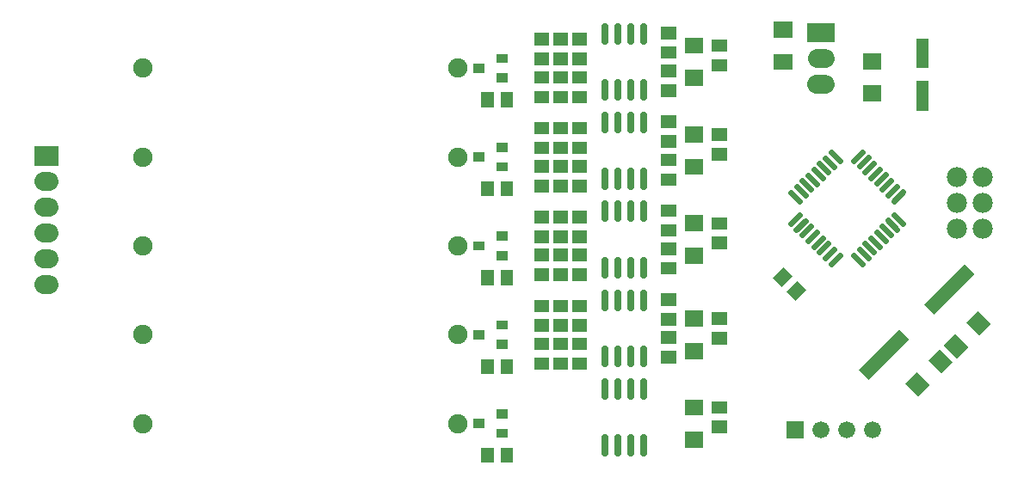
<source format=gts>
G04 Layer: TopSolderMaskLayer*
G04 EasyEDA v6.5.9, 2022-07-21 16:41:51*
G04 b4f09f4bc33d498599fb5b0af984a39b,0f63320d19d842adba92ba3d91eb0df2,10*
G04 Gerber Generator version 0.2*
G04 Scale: 100 percent, Rotated: No, Reflected: No *
G04 Dimensions in millimeters *
G04 leading zeros omitted , absolute positions ,4 integer and 5 decimal *
%FSLAX45Y45*%
%MOMM*%

%ADD10C,1.8796*%
%ADD11C,0.6896*%
%ADD12C,0.5516*%
%ADD13C,1.9016*%
%ADD14C,1.6764*%
%ADD15C,1.9812*%
%ADD16C,0.0134*%

%LPD*%
D10*
X337896Y3130981D02*
G01*
X287096Y3130981D01*
X337896Y2876981D02*
G01*
X287096Y2876981D01*
X337896Y2622981D02*
G01*
X287096Y2622981D01*
X337896Y2368981D02*
G01*
X287096Y2368981D01*
X337896Y2114981D02*
G01*
X287096Y2114981D01*
D11*
X5809488Y608103D02*
G01*
X5809488Y462404D01*
X5936488Y608103D02*
G01*
X5936488Y462404D01*
X6063488Y608103D02*
G01*
X6063488Y462404D01*
X6190488Y608103D02*
G01*
X6190488Y462404D01*
X5809488Y1162585D02*
G01*
X5809488Y1016886D01*
X5936488Y1162585D02*
G01*
X5936488Y1016886D01*
X6063488Y1162585D02*
G01*
X6063488Y1016886D01*
X6190488Y1162585D02*
G01*
X6190488Y1016886D01*
D12*
X8033250Y2324752D02*
G01*
X8118101Y2409604D01*
X7976659Y2381318D02*
G01*
X8061510Y2466169D01*
X7920093Y2437909D02*
G01*
X8004944Y2522761D01*
X7863527Y2494475D02*
G01*
X7948378Y2579326D01*
X7806961Y2551041D02*
G01*
X7891813Y2635892D01*
X7750395Y2607607D02*
G01*
X7835247Y2692458D01*
X7693830Y2664172D02*
G01*
X7778681Y2749024D01*
X7637238Y2720738D02*
G01*
X7722090Y2805590D01*
X7638153Y3028348D02*
G01*
X7723004Y2943496D01*
X7694719Y3084913D02*
G01*
X7779570Y3000062D01*
X7751284Y3141505D02*
G01*
X7836136Y3056653D01*
X7807850Y3198045D02*
G01*
X7892702Y3113194D01*
X7864441Y3254636D02*
G01*
X7949293Y3169785D01*
X7920982Y3311177D02*
G01*
X8005833Y3226325D01*
X7977573Y3367768D02*
G01*
X8062424Y3282916D01*
X8034139Y3424334D02*
G01*
X8118990Y3339482D01*
X8256897Y3340397D02*
G01*
X8341748Y3425248D01*
X8313463Y3283805D02*
G01*
X8398314Y3368657D01*
X8370028Y3227240D02*
G01*
X8454880Y3312091D01*
X8426594Y3170674D02*
G01*
X8511446Y3255525D01*
X8483160Y3114108D02*
G01*
X8568011Y3198959D01*
X8539726Y3057542D02*
G01*
X8624577Y3142394D01*
X8596292Y3000976D02*
G01*
X8681143Y3085828D01*
X8652883Y2944385D02*
G01*
X8737734Y3029237D01*
X8651968Y2806504D02*
G01*
X8736820Y2721653D01*
X8595403Y2749913D02*
G01*
X8680254Y2665061D01*
X8538837Y2693347D02*
G01*
X8623688Y2608496D01*
X8482271Y2636781D02*
G01*
X8567122Y2551930D01*
X8425705Y2580215D02*
G01*
X8510557Y2495364D01*
X8369139Y2523650D02*
G01*
X8453991Y2438798D01*
X8312574Y2467084D02*
G01*
X8397425Y2382232D01*
X8255982Y2410493D02*
G01*
X8340834Y2325641D01*
D11*
X5809488Y1483108D02*
G01*
X5809488Y1337409D01*
X5936488Y1483108D02*
G01*
X5936488Y1337409D01*
X6063488Y1483108D02*
G01*
X6063488Y1337409D01*
X6190488Y1483108D02*
G01*
X6190488Y1337409D01*
X5809488Y2037590D02*
G01*
X5809488Y1891891D01*
X5936488Y2037590D02*
G01*
X5936488Y1891891D01*
X6063488Y2037590D02*
G01*
X6063488Y1891891D01*
X6190488Y2037590D02*
G01*
X6190488Y1891891D01*
X5809488Y2358113D02*
G01*
X5809488Y2212413D01*
X5936488Y2358113D02*
G01*
X5936488Y2212413D01*
X6063488Y2358113D02*
G01*
X6063488Y2212413D01*
X6190488Y2358113D02*
G01*
X6190488Y2212413D01*
X5809488Y2912595D02*
G01*
X5809488Y2766895D01*
X5936488Y2912595D02*
G01*
X5936488Y2766895D01*
X6063488Y2912595D02*
G01*
X6063488Y2766895D01*
X6190488Y2912595D02*
G01*
X6190488Y2766895D01*
X5809488Y3233092D02*
G01*
X5809488Y3087392D01*
X5936488Y3233092D02*
G01*
X5936488Y3087392D01*
X6063488Y3233092D02*
G01*
X6063488Y3087392D01*
X6190488Y3233092D02*
G01*
X6190488Y3087392D01*
X5809488Y3787574D02*
G01*
X5809488Y3641874D01*
X5936488Y3787574D02*
G01*
X5936488Y3641874D01*
X6063488Y3787574D02*
G01*
X6063488Y3641874D01*
X6190488Y3787574D02*
G01*
X6190488Y3641874D01*
X5809488Y4108096D02*
G01*
X5809488Y3962397D01*
X5936488Y4108096D02*
G01*
X5936488Y3962397D01*
X6063488Y4108096D02*
G01*
X6063488Y3962397D01*
X6190488Y4108096D02*
G01*
X6190488Y3962397D01*
X5809488Y4662578D02*
G01*
X5809488Y4516879D01*
X5936488Y4662578D02*
G01*
X5936488Y4516879D01*
X6063488Y4662578D02*
G01*
X6063488Y4516879D01*
X6190488Y4662578D02*
G01*
X6190488Y4516879D01*
D13*
X7977982Y4346752D02*
G01*
X7897982Y4346752D01*
X7976991Y4092727D02*
G01*
X7896992Y4092727D01*
G36*
X193039Y3291078D02*
G01*
X193039Y3479037D01*
X431800Y3479037D01*
X431800Y3291078D01*
G37*
G36*
X7597647Y603757D02*
G01*
X7597647Y771397D01*
X7765288Y771397D01*
X7765288Y603757D01*
G37*
D14*
G01*
X7935493Y687501D03*
G01*
X8189493Y687501D03*
G01*
X8443493Y687501D03*
G36*
X9121140Y1241805D02*
G01*
X8991854Y1371092D01*
X9104122Y1483360D01*
X9233408Y1354073D01*
G37*
G36*
X8895841Y1016507D02*
G01*
X8766556Y1146047D01*
X8878824Y1258062D01*
X9008109Y1128776D01*
G37*
G36*
X9271000Y1391665D02*
G01*
X9141713Y1520952D01*
X9253727Y1633220D01*
X9383268Y1503679D01*
G37*
G36*
X9496297Y1616710D02*
G01*
X9366758Y1746250D01*
X9479025Y1858263D01*
X9608311Y1728978D01*
G37*
G36*
X9048495Y1824228D02*
G01*
X8949436Y1923542D01*
X9345422Y2319528D01*
X9444481Y2220468D01*
G37*
G36*
X8404606Y1180337D02*
G01*
X8305545Y1279652D01*
X8701531Y1675637D01*
X8800591Y1576578D01*
G37*
G36*
X8877300Y3832352D02*
G01*
X8877300Y4122673D01*
X8997441Y4122673D01*
X8997441Y3832352D01*
G37*
G36*
X8877300Y4252468D02*
G01*
X8877300Y4542536D01*
X8997441Y4542536D01*
X8997441Y4252468D01*
G37*
G36*
X6596125Y829818D02*
G01*
X6596125Y988568D01*
X6779006Y988568D01*
X6779006Y829818D01*
G37*
G36*
X6596125Y511302D02*
G01*
X6596125Y670052D01*
X6779006Y670052D01*
X6779006Y511302D01*
G37*
G36*
X4747513Y1674876D02*
G01*
X4747513Y1765045D01*
X4857495Y1765045D01*
X4857495Y1674876D01*
G37*
G36*
X4517390Y1579879D02*
G01*
X4517390Y1670050D01*
X4627625Y1670050D01*
X4627625Y1579879D01*
G37*
G36*
X4747513Y1484884D02*
G01*
X4747513Y1575054D01*
X4857495Y1575054D01*
X4857495Y1484884D01*
G37*
G36*
X4747513Y2549905D02*
G01*
X4747513Y2640076D01*
X4857495Y2640076D01*
X4857495Y2549905D01*
G37*
G36*
X4517390Y2454910D02*
G01*
X4517390Y2545079D01*
X4627625Y2545079D01*
X4627625Y2454910D01*
G37*
G36*
X4747513Y2359913D02*
G01*
X4747513Y2450084D01*
X4857495Y2450084D01*
X4857495Y2359913D01*
G37*
G36*
X4747513Y3424936D02*
G01*
X4747513Y3515105D01*
X4857495Y3515105D01*
X4857495Y3424936D01*
G37*
G36*
X4517390Y3329939D02*
G01*
X4517390Y3420110D01*
X4627625Y3420110D01*
X4627625Y3329939D01*
G37*
G36*
X4747513Y3234944D02*
G01*
X4747513Y3325113D01*
X4857495Y3325113D01*
X4857495Y3234944D01*
G37*
G36*
X4747513Y4299965D02*
G01*
X4747513Y4390136D01*
X4857495Y4390136D01*
X4857495Y4299965D01*
G37*
G36*
X4517390Y4204970D02*
G01*
X4517390Y4295139D01*
X4627625Y4295139D01*
X4627625Y4204970D01*
G37*
G36*
X4747513Y4109973D02*
G01*
X4747513Y4200144D01*
X4857495Y4200144D01*
X4857495Y4109973D01*
G37*
G36*
X4747513Y799845D02*
G01*
X4747513Y890015D01*
X4857495Y890015D01*
X4857495Y799845D01*
G37*
G36*
X4517390Y704850D02*
G01*
X4517390Y795020D01*
X4627625Y795020D01*
X4627625Y704850D01*
G37*
G36*
X4747513Y609854D02*
G01*
X4747513Y700023D01*
X4857495Y700023D01*
X4857495Y609854D01*
G37*
G36*
X6863588Y1529079D02*
G01*
X6863588Y1652523D01*
X7011415Y1652523D01*
X7011415Y1529079D01*
G37*
G36*
X6863588Y1722373D02*
G01*
X6863588Y1845818D01*
X7011415Y1845818D01*
X7011415Y1722373D01*
G37*
G36*
X6863588Y2466594D02*
G01*
X6863588Y2590037D01*
X7011415Y2590037D01*
X7011415Y2466594D01*
G37*
G36*
X6863588Y2659887D02*
G01*
X6863588Y2783331D01*
X7011415Y2783331D01*
X7011415Y2659887D01*
G37*
G36*
X6863588Y3341623D02*
G01*
X6863588Y3465068D01*
X7011415Y3465068D01*
X7011415Y3341623D01*
G37*
G36*
X6863588Y3534918D02*
G01*
X6863588Y3658362D01*
X7011415Y3658362D01*
X7011415Y3534918D01*
G37*
G36*
X6863588Y4216654D02*
G01*
X6863588Y4340097D01*
X7011415Y4340097D01*
X7011415Y4216654D01*
G37*
G36*
X6863588Y4409947D02*
G01*
X6863588Y4533392D01*
X7011415Y4533392D01*
X7011415Y4409947D01*
G37*
G36*
X6863588Y654050D02*
G01*
X6863588Y777494D01*
X7011415Y777494D01*
X7011415Y654050D01*
G37*
G36*
X6863588Y847344D02*
G01*
X6863588Y970787D01*
X7011415Y970787D01*
X7011415Y847344D01*
G37*
D15*
G01*
X9528987Y2667000D03*
G01*
X9528987Y2921000D03*
G01*
X9528987Y3175000D03*
G01*
X9274987Y2667000D03*
G01*
X9274987Y2921000D03*
G01*
X9274987Y3175000D03*
G36*
X7470902Y4551679D02*
G01*
X7470902Y4710429D01*
X7654036Y4710429D01*
X7654036Y4551679D01*
G37*
G36*
X7470902Y4233163D02*
G01*
X7470902Y4391913D01*
X7654036Y4391913D01*
X7654036Y4233163D01*
G37*
G36*
X8345931Y3920744D02*
G01*
X8345931Y4079239D01*
X8529065Y4079239D01*
X8529065Y3920744D01*
G37*
G36*
X8345931Y4239260D02*
G01*
X8345931Y4397755D01*
X8529065Y4397755D01*
X8529065Y4239260D01*
G37*
G36*
X6596125Y1704847D02*
G01*
X6596125Y1863597D01*
X6779006Y1863597D01*
X6779006Y1704847D01*
G37*
G36*
X6596125Y1386331D02*
G01*
X6596125Y1545081D01*
X6779006Y1545081D01*
X6779006Y1386331D01*
G37*
G36*
X6596125Y2642362D02*
G01*
X6596125Y2801112D01*
X6779006Y2801112D01*
X6779006Y2642362D01*
G37*
G36*
X6596125Y2323845D02*
G01*
X6596125Y2482595D01*
X6779006Y2482595D01*
X6779006Y2323845D01*
G37*
G36*
X6596125Y3517392D02*
G01*
X6596125Y3676142D01*
X6779006Y3676142D01*
X6779006Y3517392D01*
G37*
G36*
X6596125Y3198876D02*
G01*
X6596125Y3357626D01*
X6779006Y3357626D01*
X6779006Y3198876D01*
G37*
G36*
X6596125Y4392421D02*
G01*
X6596125Y4551171D01*
X6779006Y4551171D01*
X6779006Y4392421D01*
G37*
G36*
X6596125Y4073905D02*
G01*
X6596125Y4232655D01*
X6779006Y4232655D01*
X6779006Y4073905D01*
G37*
D13*
G01*
X1262481Y2499995D03*
G01*
X4362475Y2499995D03*
G01*
X1262481Y3374974D03*
G01*
X4362475Y3374974D03*
G01*
X1262481Y4250004D03*
G01*
X4362475Y4250004D03*
G01*
X1262481Y750011D03*
G01*
X4362475Y750011D03*
G01*
X1262481Y1624990D03*
G01*
X4362475Y1624990D03*
G36*
X7548118Y2097531D02*
G01*
X7460741Y2184654D01*
X7565390Y2289302D01*
X7652511Y2201926D01*
G37*
G36*
X7684770Y1960879D02*
G01*
X7597393Y2048002D01*
X7702041Y2152650D01*
X7789163Y2065273D01*
G37*
G36*
X4591558Y1238504D02*
G01*
X4591558Y1386331D01*
X4715002Y1386331D01*
X4715002Y1238504D01*
G37*
G36*
X4784852Y1238504D02*
G01*
X4784852Y1386331D01*
X4908295Y1386331D01*
X4908295Y1238504D01*
G37*
G36*
X5300979Y1279144D02*
G01*
X5300979Y1402587D01*
X5448808Y1402587D01*
X5448808Y1279144D01*
G37*
G36*
X5300979Y1472437D02*
G01*
X5300979Y1595881D01*
X5448808Y1595881D01*
X5448808Y1472437D01*
G37*
G36*
X5300979Y1654047D02*
G01*
X5300979Y1777492D01*
X5448808Y1777492D01*
X5448808Y1654047D01*
G37*
G36*
X5300979Y1847342D02*
G01*
X5300979Y1970786D01*
X5448808Y1970786D01*
X5448808Y1847342D01*
G37*
G36*
X5113527Y1279144D02*
G01*
X5113527Y1402587D01*
X5261356Y1402587D01*
X5261356Y1279144D01*
G37*
G36*
X5113527Y1472437D02*
G01*
X5113527Y1595881D01*
X5261356Y1595881D01*
X5261356Y1472437D01*
G37*
G36*
X6363461Y1534921D02*
G01*
X6363461Y1658365D01*
X6511543Y1658365D01*
X6511543Y1534921D01*
G37*
G36*
X6363461Y1341628D02*
G01*
X6363461Y1465071D01*
X6511543Y1465071D01*
X6511543Y1341628D01*
G37*
G36*
X5488686Y1472437D02*
G01*
X5488686Y1595881D01*
X5636513Y1595881D01*
X5636513Y1472437D01*
G37*
G36*
X5488686Y1279144D02*
G01*
X5488686Y1402587D01*
X5636513Y1402587D01*
X5636513Y1279144D01*
G37*
G36*
X5488686Y1847342D02*
G01*
X5488686Y1970786D01*
X5636513Y1970786D01*
X5636513Y1847342D01*
G37*
G36*
X5488686Y1654047D02*
G01*
X5488686Y1777492D01*
X5636513Y1777492D01*
X5636513Y1654047D01*
G37*
G36*
X5113527Y1847342D02*
G01*
X5113527Y1970786D01*
X5261356Y1970786D01*
X5261356Y1847342D01*
G37*
G36*
X5113527Y1654047D02*
G01*
X5113527Y1777492D01*
X5261356Y1777492D01*
X5261356Y1654047D01*
G37*
G36*
X6363461Y1716786D02*
G01*
X6363461Y1839976D01*
X6511543Y1839976D01*
X6511543Y1716786D01*
G37*
G36*
X6363461Y1909826D02*
G01*
X6363461Y2033270D01*
X6511543Y2033270D01*
X6511543Y1909826D01*
G37*
G36*
X6363461Y2591562D02*
G01*
X6363461Y2715005D01*
X6511543Y2715005D01*
X6511543Y2591562D01*
G37*
G36*
X6363461Y2784855D02*
G01*
X6363461Y2908300D01*
X6511543Y2908300D01*
X6511543Y2784855D01*
G37*
G36*
X5113527Y2722371D02*
G01*
X5113527Y2845815D01*
X5261356Y2845815D01*
X5261356Y2722371D01*
G37*
G36*
X5113527Y2529078D02*
G01*
X5113527Y2652521D01*
X5261356Y2652521D01*
X5261356Y2529078D01*
G37*
G36*
X5488686Y2722371D02*
G01*
X5488686Y2845815D01*
X5636513Y2845815D01*
X5636513Y2722371D01*
G37*
G36*
X5488686Y2529078D02*
G01*
X5488686Y2652521D01*
X5636513Y2652521D01*
X5636513Y2529078D01*
G37*
G36*
X5488686Y2347468D02*
G01*
X5488686Y2470912D01*
X5636513Y2470912D01*
X5636513Y2347468D01*
G37*
G36*
X5488686Y2154173D02*
G01*
X5488686Y2277618D01*
X5636513Y2277618D01*
X5636513Y2154173D01*
G37*
G36*
X6363461Y2409952D02*
G01*
X6363461Y2533395D01*
X6511543Y2533395D01*
X6511543Y2409952D01*
G37*
G36*
X6363461Y2216657D02*
G01*
X6363461Y2340102D01*
X6511543Y2340102D01*
X6511543Y2216657D01*
G37*
G36*
X5113527Y2154173D02*
G01*
X5113527Y2277618D01*
X5261356Y2277618D01*
X5261356Y2154173D01*
G37*
G36*
X5113527Y2347468D02*
G01*
X5113527Y2470912D01*
X5261356Y2470912D01*
X5261356Y2347468D01*
G37*
G36*
X5300979Y2529078D02*
G01*
X5300979Y2652521D01*
X5448808Y2652521D01*
X5448808Y2529078D01*
G37*
G36*
X5300979Y2722371D02*
G01*
X5300979Y2845815D01*
X5448808Y2845815D01*
X5448808Y2722371D01*
G37*
G36*
X5300979Y2154173D02*
G01*
X5300979Y2277618D01*
X5448808Y2277618D01*
X5448808Y2154173D01*
G37*
G36*
X5300979Y2347468D02*
G01*
X5300979Y2470912D01*
X5448808Y2470912D01*
X5448808Y2347468D01*
G37*
G36*
X4591558Y2113534D02*
G01*
X4591558Y2261362D01*
X4715002Y2261362D01*
X4715002Y2113534D01*
G37*
G36*
X4784852Y2113534D02*
G01*
X4784852Y2261362D01*
X4908295Y2261362D01*
X4908295Y2113534D01*
G37*
G36*
X6363461Y3466592D02*
G01*
X6363461Y3590036D01*
X6511543Y3590036D01*
X6511543Y3466592D01*
G37*
G36*
X6363461Y3659886D02*
G01*
X6363461Y3783329D01*
X6511543Y3783329D01*
X6511543Y3659886D01*
G37*
G36*
X5113527Y3597402D02*
G01*
X5113527Y3720845D01*
X5261356Y3720845D01*
X5261356Y3597402D01*
G37*
G36*
X5113527Y3404107D02*
G01*
X5113527Y3527552D01*
X5261356Y3527552D01*
X5261356Y3404107D01*
G37*
G36*
X5488686Y3597402D02*
G01*
X5488686Y3720845D01*
X5636513Y3720845D01*
X5636513Y3597402D01*
G37*
G36*
X5488686Y3404107D02*
G01*
X5488686Y3527552D01*
X5636513Y3527552D01*
X5636513Y3404107D01*
G37*
G36*
X5488686Y3222497D02*
G01*
X5488686Y3345942D01*
X5636513Y3345942D01*
X5636513Y3222497D01*
G37*
G36*
X5488686Y3029204D02*
G01*
X5488686Y3152647D01*
X5636513Y3152647D01*
X5636513Y3029204D01*
G37*
G36*
X6363461Y3284981D02*
G01*
X6363461Y3408426D01*
X6511543Y3408426D01*
X6511543Y3284981D01*
G37*
G36*
X6363461Y3091687D02*
G01*
X6363461Y3215131D01*
X6511543Y3215131D01*
X6511543Y3091687D01*
G37*
G36*
X5113527Y3029204D02*
G01*
X5113527Y3152647D01*
X5261356Y3152647D01*
X5261356Y3029204D01*
G37*
G36*
X5113527Y3222497D02*
G01*
X5113527Y3345942D01*
X5261356Y3345942D01*
X5261356Y3222497D01*
G37*
G36*
X5300979Y3404107D02*
G01*
X5300979Y3527552D01*
X5448808Y3527552D01*
X5448808Y3404107D01*
G37*
G36*
X5300979Y3597402D02*
G01*
X5300979Y3720845D01*
X5448808Y3720845D01*
X5448808Y3597402D01*
G37*
G36*
X5300979Y3029204D02*
G01*
X5300979Y3152647D01*
X5448808Y3152647D01*
X5448808Y3029204D01*
G37*
G36*
X5300979Y3222497D02*
G01*
X5300979Y3345942D01*
X5448808Y3345942D01*
X5448808Y3222497D01*
G37*
G36*
X4591558Y2988563D02*
G01*
X4591558Y3136392D01*
X4715002Y3136392D01*
X4715002Y2988563D01*
G37*
G36*
X4784852Y2988563D02*
G01*
X4784852Y3136392D01*
X4908295Y3136392D01*
X4908295Y2988563D01*
G37*
G36*
X6363461Y4341621D02*
G01*
X6363461Y4465065D01*
X6511543Y4465065D01*
X6511543Y4341621D01*
G37*
G36*
X6363461Y4534915D02*
G01*
X6363461Y4658360D01*
X6511543Y4658360D01*
X6511543Y4534915D01*
G37*
G36*
X5113527Y4472431D02*
G01*
X5113527Y4595876D01*
X5261356Y4595876D01*
X5261356Y4472431D01*
G37*
G36*
X5113527Y4279137D02*
G01*
X5113527Y4402581D01*
X5261356Y4402581D01*
X5261356Y4279137D01*
G37*
G36*
X5488686Y4472431D02*
G01*
X5488686Y4595876D01*
X5636513Y4595876D01*
X5636513Y4472431D01*
G37*
G36*
X5488686Y4279137D02*
G01*
X5488686Y4402581D01*
X5636513Y4402581D01*
X5636513Y4279137D01*
G37*
G36*
X5488686Y4097528D02*
G01*
X5488686Y4220718D01*
X5636513Y4220718D01*
X5636513Y4097528D01*
G37*
G36*
X5488686Y3904234D02*
G01*
X5488686Y4027678D01*
X5636513Y4027678D01*
X5636513Y3904234D01*
G37*
G36*
X6363461Y4160012D02*
G01*
X6363461Y4283202D01*
X6511543Y4283202D01*
X6511543Y4160012D01*
G37*
G36*
X6363461Y3966718D02*
G01*
X6363461Y4090162D01*
X6511543Y4090162D01*
X6511543Y3966718D01*
G37*
G36*
X5113527Y3904234D02*
G01*
X5113527Y4027678D01*
X5261356Y4027678D01*
X5261356Y3904234D01*
G37*
G36*
X5113527Y4097528D02*
G01*
X5113527Y4220718D01*
X5261356Y4220718D01*
X5261356Y4097528D01*
G37*
G36*
X5300979Y4279137D02*
G01*
X5300979Y4402581D01*
X5448808Y4402581D01*
X5448808Y4279137D01*
G37*
G36*
X5300979Y4472431D02*
G01*
X5300979Y4595876D01*
X5448808Y4595876D01*
X5448808Y4472431D01*
G37*
G36*
X5300979Y3904234D02*
G01*
X5300979Y4027678D01*
X5448808Y4027678D01*
X5448808Y3904234D01*
G37*
G36*
X5300979Y4097528D02*
G01*
X5300979Y4220718D01*
X5448808Y4220718D01*
X5448808Y4097528D01*
G37*
G36*
X4591558Y3863594D02*
G01*
X4591558Y4011421D01*
X4715002Y4011421D01*
X4715002Y3863594D01*
G37*
G36*
X4784852Y3863594D02*
G01*
X4784852Y4011421D01*
X4908295Y4011421D01*
X4908295Y3863594D01*
G37*
G36*
X4591558Y363473D02*
G01*
X4591558Y511302D01*
X4715002Y511302D01*
X4715002Y363473D01*
G37*
G36*
X4784852Y363473D02*
G01*
X4784852Y511302D01*
X4908295Y511302D01*
X4908295Y363473D01*
G37*
G36*
X7802879Y4505705D02*
G01*
X7802879Y4695697D01*
X8073136Y4695697D01*
X8073136Y4505705D01*
G37*
M02*

</source>
